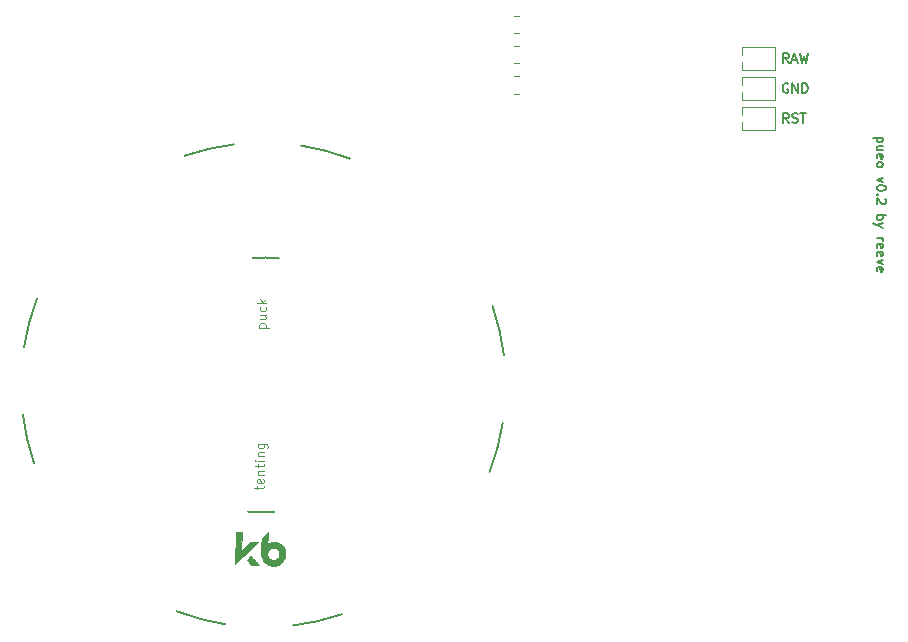
<source format=gbr>
%TF.GenerationSoftware,KiCad,Pcbnew,8.0.5-1.fc40*%
%TF.CreationDate,2024-10-14T16:03:34+11:00*%
%TF.ProjectId,pueo,7075656f-2e6b-4696-9361-645f70636258,0.1*%
%TF.SameCoordinates,Original*%
%TF.FileFunction,Legend,Top*%
%TF.FilePolarity,Positive*%
%FSLAX46Y46*%
G04 Gerber Fmt 4.6, Leading zero omitted, Abs format (unit mm)*
G04 Created by KiCad (PCBNEW 8.0.5-1.fc40) date 2024-10-14 16:03:34*
%MOMM*%
%LPD*%
G01*
G04 APERTURE LIST*
%ADD10C,0.150000*%
%ADD11C,0.100000*%
%ADD12C,0.120000*%
%ADD13C,0.200000*%
%ADD14C,0.010000*%
G04 APERTURE END LIST*
D10*
X208625972Y-99188632D02*
X207825972Y-99188632D01*
X208587876Y-99188632D02*
X208625972Y-99264822D01*
X208625972Y-99264822D02*
X208625972Y-99417203D01*
X208625972Y-99417203D02*
X208587876Y-99493394D01*
X208587876Y-99493394D02*
X208549781Y-99531489D01*
X208549781Y-99531489D02*
X208473591Y-99569584D01*
X208473591Y-99569584D02*
X208245019Y-99569584D01*
X208245019Y-99569584D02*
X208168829Y-99531489D01*
X208168829Y-99531489D02*
X208130734Y-99493394D01*
X208130734Y-99493394D02*
X208092638Y-99417203D01*
X208092638Y-99417203D02*
X208092638Y-99264822D01*
X208092638Y-99264822D02*
X208130734Y-99188632D01*
X208625972Y-100255299D02*
X208092638Y-100255299D01*
X208625972Y-99912442D02*
X208206924Y-99912442D01*
X208206924Y-99912442D02*
X208130734Y-99950537D01*
X208130734Y-99950537D02*
X208092638Y-100026727D01*
X208092638Y-100026727D02*
X208092638Y-100141013D01*
X208092638Y-100141013D02*
X208130734Y-100217204D01*
X208130734Y-100217204D02*
X208168829Y-100255299D01*
X208130734Y-100941014D02*
X208092638Y-100864823D01*
X208092638Y-100864823D02*
X208092638Y-100712442D01*
X208092638Y-100712442D02*
X208130734Y-100636252D01*
X208130734Y-100636252D02*
X208206924Y-100598156D01*
X208206924Y-100598156D02*
X208511686Y-100598156D01*
X208511686Y-100598156D02*
X208587876Y-100636252D01*
X208587876Y-100636252D02*
X208625972Y-100712442D01*
X208625972Y-100712442D02*
X208625972Y-100864823D01*
X208625972Y-100864823D02*
X208587876Y-100941014D01*
X208587876Y-100941014D02*
X208511686Y-100979109D01*
X208511686Y-100979109D02*
X208435495Y-100979109D01*
X208435495Y-100979109D02*
X208359305Y-100598156D01*
X208092638Y-101436251D02*
X208130734Y-101360061D01*
X208130734Y-101360061D02*
X208168829Y-101321966D01*
X208168829Y-101321966D02*
X208245019Y-101283870D01*
X208245019Y-101283870D02*
X208473591Y-101283870D01*
X208473591Y-101283870D02*
X208549781Y-101321966D01*
X208549781Y-101321966D02*
X208587876Y-101360061D01*
X208587876Y-101360061D02*
X208625972Y-101436251D01*
X208625972Y-101436251D02*
X208625972Y-101550537D01*
X208625972Y-101550537D02*
X208587876Y-101626728D01*
X208587876Y-101626728D02*
X208549781Y-101664823D01*
X208549781Y-101664823D02*
X208473591Y-101702918D01*
X208473591Y-101702918D02*
X208245019Y-101702918D01*
X208245019Y-101702918D02*
X208168829Y-101664823D01*
X208168829Y-101664823D02*
X208130734Y-101626728D01*
X208130734Y-101626728D02*
X208092638Y-101550537D01*
X208092638Y-101550537D02*
X208092638Y-101436251D01*
X208625972Y-102579109D02*
X208092638Y-102769585D01*
X208092638Y-102769585D02*
X208625972Y-102960062D01*
X208892638Y-103417205D02*
X208892638Y-103493395D01*
X208892638Y-103493395D02*
X208854543Y-103569586D01*
X208854543Y-103569586D02*
X208816448Y-103607681D01*
X208816448Y-103607681D02*
X208740257Y-103645776D01*
X208740257Y-103645776D02*
X208587876Y-103683871D01*
X208587876Y-103683871D02*
X208397400Y-103683871D01*
X208397400Y-103683871D02*
X208245019Y-103645776D01*
X208245019Y-103645776D02*
X208168829Y-103607681D01*
X208168829Y-103607681D02*
X208130734Y-103569586D01*
X208130734Y-103569586D02*
X208092638Y-103493395D01*
X208092638Y-103493395D02*
X208092638Y-103417205D01*
X208092638Y-103417205D02*
X208130734Y-103341014D01*
X208130734Y-103341014D02*
X208168829Y-103302919D01*
X208168829Y-103302919D02*
X208245019Y-103264824D01*
X208245019Y-103264824D02*
X208397400Y-103226728D01*
X208397400Y-103226728D02*
X208587876Y-103226728D01*
X208587876Y-103226728D02*
X208740257Y-103264824D01*
X208740257Y-103264824D02*
X208816448Y-103302919D01*
X208816448Y-103302919D02*
X208854543Y-103341014D01*
X208854543Y-103341014D02*
X208892638Y-103417205D01*
X208168829Y-104026729D02*
X208130734Y-104064824D01*
X208130734Y-104064824D02*
X208092638Y-104026729D01*
X208092638Y-104026729D02*
X208130734Y-103988633D01*
X208130734Y-103988633D02*
X208168829Y-104026729D01*
X208168829Y-104026729D02*
X208092638Y-104026729D01*
X208816448Y-104369585D02*
X208854543Y-104407681D01*
X208854543Y-104407681D02*
X208892638Y-104483871D01*
X208892638Y-104483871D02*
X208892638Y-104674347D01*
X208892638Y-104674347D02*
X208854543Y-104750538D01*
X208854543Y-104750538D02*
X208816448Y-104788633D01*
X208816448Y-104788633D02*
X208740257Y-104826728D01*
X208740257Y-104826728D02*
X208664067Y-104826728D01*
X208664067Y-104826728D02*
X208549781Y-104788633D01*
X208549781Y-104788633D02*
X208092638Y-104331490D01*
X208092638Y-104331490D02*
X208092638Y-104826728D01*
X208092638Y-105779110D02*
X208892638Y-105779110D01*
X208587876Y-105779110D02*
X208625972Y-105855300D01*
X208625972Y-105855300D02*
X208625972Y-106007681D01*
X208625972Y-106007681D02*
X208587876Y-106083872D01*
X208587876Y-106083872D02*
X208549781Y-106121967D01*
X208549781Y-106121967D02*
X208473591Y-106160062D01*
X208473591Y-106160062D02*
X208245019Y-106160062D01*
X208245019Y-106160062D02*
X208168829Y-106121967D01*
X208168829Y-106121967D02*
X208130734Y-106083872D01*
X208130734Y-106083872D02*
X208092638Y-106007681D01*
X208092638Y-106007681D02*
X208092638Y-105855300D01*
X208092638Y-105855300D02*
X208130734Y-105779110D01*
X208625972Y-106426729D02*
X208092638Y-106617205D01*
X208625972Y-106807682D02*
X208092638Y-106617205D01*
X208092638Y-106617205D02*
X207902162Y-106541015D01*
X207902162Y-106541015D02*
X207864067Y-106502920D01*
X207864067Y-106502920D02*
X207825972Y-106426729D01*
X208092638Y-107721968D02*
X208625972Y-107721968D01*
X208473591Y-107721968D02*
X208549781Y-107760063D01*
X208549781Y-107760063D02*
X208587876Y-107798158D01*
X208587876Y-107798158D02*
X208625972Y-107874349D01*
X208625972Y-107874349D02*
X208625972Y-107950539D01*
X208130734Y-108521968D02*
X208092638Y-108445777D01*
X208092638Y-108445777D02*
X208092638Y-108293396D01*
X208092638Y-108293396D02*
X208130734Y-108217206D01*
X208130734Y-108217206D02*
X208206924Y-108179110D01*
X208206924Y-108179110D02*
X208511686Y-108179110D01*
X208511686Y-108179110D02*
X208587876Y-108217206D01*
X208587876Y-108217206D02*
X208625972Y-108293396D01*
X208625972Y-108293396D02*
X208625972Y-108445777D01*
X208625972Y-108445777D02*
X208587876Y-108521968D01*
X208587876Y-108521968D02*
X208511686Y-108560063D01*
X208511686Y-108560063D02*
X208435495Y-108560063D01*
X208435495Y-108560063D02*
X208359305Y-108179110D01*
X208130734Y-109207682D02*
X208092638Y-109131491D01*
X208092638Y-109131491D02*
X208092638Y-108979110D01*
X208092638Y-108979110D02*
X208130734Y-108902920D01*
X208130734Y-108902920D02*
X208206924Y-108864824D01*
X208206924Y-108864824D02*
X208511686Y-108864824D01*
X208511686Y-108864824D02*
X208587876Y-108902920D01*
X208587876Y-108902920D02*
X208625972Y-108979110D01*
X208625972Y-108979110D02*
X208625972Y-109131491D01*
X208625972Y-109131491D02*
X208587876Y-109207682D01*
X208587876Y-109207682D02*
X208511686Y-109245777D01*
X208511686Y-109245777D02*
X208435495Y-109245777D01*
X208435495Y-109245777D02*
X208359305Y-108864824D01*
X208625972Y-109512443D02*
X208092638Y-109702919D01*
X208092638Y-109702919D02*
X208625972Y-109893396D01*
X208130734Y-110502920D02*
X208092638Y-110426729D01*
X208092638Y-110426729D02*
X208092638Y-110274348D01*
X208092638Y-110274348D02*
X208130734Y-110198158D01*
X208130734Y-110198158D02*
X208206924Y-110160062D01*
X208206924Y-110160062D02*
X208511686Y-110160062D01*
X208511686Y-110160062D02*
X208587876Y-110198158D01*
X208587876Y-110198158D02*
X208625972Y-110274348D01*
X208625972Y-110274348D02*
X208625972Y-110426729D01*
X208625972Y-110426729D02*
X208587876Y-110502920D01*
X208587876Y-110502920D02*
X208511686Y-110541015D01*
X208511686Y-110541015D02*
X208435495Y-110541015D01*
X208435495Y-110541015D02*
X208359305Y-110160062D01*
X200642940Y-92861176D02*
X200376273Y-92480223D01*
X200185797Y-92861176D02*
X200185797Y-92061176D01*
X200185797Y-92061176D02*
X200490559Y-92061176D01*
X200490559Y-92061176D02*
X200566749Y-92099271D01*
X200566749Y-92099271D02*
X200604844Y-92137366D01*
X200604844Y-92137366D02*
X200642940Y-92213557D01*
X200642940Y-92213557D02*
X200642940Y-92327842D01*
X200642940Y-92327842D02*
X200604844Y-92404033D01*
X200604844Y-92404033D02*
X200566749Y-92442128D01*
X200566749Y-92442128D02*
X200490559Y-92480223D01*
X200490559Y-92480223D02*
X200185797Y-92480223D01*
X200947701Y-92632604D02*
X201328654Y-92632604D01*
X200871511Y-92861176D02*
X201138178Y-92061176D01*
X201138178Y-92061176D02*
X201404844Y-92861176D01*
X201595320Y-92061176D02*
X201785796Y-92861176D01*
X201785796Y-92861176D02*
X201938177Y-92289747D01*
X201938177Y-92289747D02*
X202090558Y-92861176D01*
X202090558Y-92861176D02*
X202281035Y-92061176D01*
X200642937Y-97941178D02*
X200376270Y-97560225D01*
X200185794Y-97941178D02*
X200185794Y-97141178D01*
X200185794Y-97141178D02*
X200490556Y-97141178D01*
X200490556Y-97141178D02*
X200566746Y-97179273D01*
X200566746Y-97179273D02*
X200604841Y-97217368D01*
X200604841Y-97217368D02*
X200642937Y-97293559D01*
X200642937Y-97293559D02*
X200642937Y-97407844D01*
X200642937Y-97407844D02*
X200604841Y-97484035D01*
X200604841Y-97484035D02*
X200566746Y-97522130D01*
X200566746Y-97522130D02*
X200490556Y-97560225D01*
X200490556Y-97560225D02*
X200185794Y-97560225D01*
X200947698Y-97903083D02*
X201061984Y-97941178D01*
X201061984Y-97941178D02*
X201252460Y-97941178D01*
X201252460Y-97941178D02*
X201328651Y-97903083D01*
X201328651Y-97903083D02*
X201366746Y-97864987D01*
X201366746Y-97864987D02*
X201404841Y-97788797D01*
X201404841Y-97788797D02*
X201404841Y-97712606D01*
X201404841Y-97712606D02*
X201366746Y-97636416D01*
X201366746Y-97636416D02*
X201328651Y-97598321D01*
X201328651Y-97598321D02*
X201252460Y-97560225D01*
X201252460Y-97560225D02*
X201100079Y-97522130D01*
X201100079Y-97522130D02*
X201023889Y-97484035D01*
X201023889Y-97484035D02*
X200985794Y-97445940D01*
X200985794Y-97445940D02*
X200947698Y-97369749D01*
X200947698Y-97369749D02*
X200947698Y-97293559D01*
X200947698Y-97293559D02*
X200985794Y-97217368D01*
X200985794Y-97217368D02*
X201023889Y-97179273D01*
X201023889Y-97179273D02*
X201100079Y-97141178D01*
X201100079Y-97141178D02*
X201290556Y-97141178D01*
X201290556Y-97141178D02*
X201404841Y-97179273D01*
X201633413Y-97141178D02*
X202090556Y-97141178D01*
X201861984Y-97941178D02*
X201861984Y-97141178D01*
X200585792Y-94639271D02*
X200509602Y-94601176D01*
X200509602Y-94601176D02*
X200395316Y-94601176D01*
X200395316Y-94601176D02*
X200281030Y-94639271D01*
X200281030Y-94639271D02*
X200204840Y-94715461D01*
X200204840Y-94715461D02*
X200166745Y-94791652D01*
X200166745Y-94791652D02*
X200128649Y-94944033D01*
X200128649Y-94944033D02*
X200128649Y-95058319D01*
X200128649Y-95058319D02*
X200166745Y-95210700D01*
X200166745Y-95210700D02*
X200204840Y-95286890D01*
X200204840Y-95286890D02*
X200281030Y-95363081D01*
X200281030Y-95363081D02*
X200395316Y-95401176D01*
X200395316Y-95401176D02*
X200471507Y-95401176D01*
X200471507Y-95401176D02*
X200585792Y-95363081D01*
X200585792Y-95363081D02*
X200623888Y-95324985D01*
X200623888Y-95324985D02*
X200623888Y-95058319D01*
X200623888Y-95058319D02*
X200471507Y-95058319D01*
X200966745Y-95401176D02*
X200966745Y-94601176D01*
X200966745Y-94601176D02*
X201423888Y-95401176D01*
X201423888Y-95401176D02*
X201423888Y-94601176D01*
X201804840Y-95401176D02*
X201804840Y-94601176D01*
X201804840Y-94601176D02*
X201995316Y-94601176D01*
X201995316Y-94601176D02*
X202109602Y-94639271D01*
X202109602Y-94639271D02*
X202185792Y-94715461D01*
X202185792Y-94715461D02*
X202223887Y-94791652D01*
X202223887Y-94791652D02*
X202261983Y-94944033D01*
X202261983Y-94944033D02*
X202261983Y-95058319D01*
X202261983Y-95058319D02*
X202223887Y-95210700D01*
X202223887Y-95210700D02*
X202185792Y-95286890D01*
X202185792Y-95286890D02*
X202109602Y-95363081D01*
X202109602Y-95363081D02*
X201995316Y-95401176D01*
X201995316Y-95401176D02*
X201804840Y-95401176D01*
D11*
X155659032Y-128984268D02*
X155664351Y-128679552D01*
X155394401Y-128865345D02*
X156080011Y-128877313D01*
X156080011Y-128877313D02*
X156156854Y-128840553D01*
X156156854Y-128840553D02*
X156196273Y-128765039D01*
X156196273Y-128765039D02*
X156197603Y-128688860D01*
X156169487Y-128116854D02*
X156206246Y-128193697D01*
X156206246Y-128193697D02*
X156203587Y-128346055D01*
X156203587Y-128346055D02*
X156164168Y-128421569D01*
X156164168Y-128421569D02*
X156087324Y-128458329D01*
X156087324Y-128458329D02*
X155782608Y-128453010D01*
X155782608Y-128453010D02*
X155707094Y-128413591D01*
X155707094Y-128413591D02*
X155670335Y-128336747D01*
X155670335Y-128336747D02*
X155672994Y-128184389D01*
X155672994Y-128184389D02*
X155712413Y-128108875D01*
X155712413Y-128108875D02*
X155789257Y-128072116D01*
X155789257Y-128072116D02*
X155865436Y-128073445D01*
X155865436Y-128073445D02*
X155934966Y-128455669D01*
X155680972Y-127727317D02*
X156214225Y-127736624D01*
X155757151Y-127728646D02*
X155719727Y-127689892D01*
X155719727Y-127689892D02*
X155682967Y-127613048D01*
X155682967Y-127613048D02*
X155684962Y-127498780D01*
X155684962Y-127498780D02*
X155724381Y-127423266D01*
X155724381Y-127423266D02*
X155801224Y-127386506D01*
X155801224Y-127386506D02*
X156220208Y-127393820D01*
X155691610Y-127117885D02*
X155696929Y-126813170D01*
X155426979Y-126998963D02*
X156112588Y-127010930D01*
X156112588Y-127010930D02*
X156189432Y-126974170D01*
X156189432Y-126974170D02*
X156228851Y-126898656D01*
X156228851Y-126898656D02*
X156230181Y-126822478D01*
X156234835Y-126555851D02*
X155701583Y-126546543D01*
X155434957Y-126541889D02*
X155472381Y-126580644D01*
X155472381Y-126580644D02*
X155511136Y-126543219D01*
X155511136Y-126543219D02*
X155473711Y-126504465D01*
X155473711Y-126504465D02*
X155434957Y-126541889D01*
X155434957Y-126541889D02*
X155511136Y-126543219D01*
X155708231Y-126165649D02*
X156241484Y-126174957D01*
X155784410Y-126166979D02*
X155746986Y-126128225D01*
X155746986Y-126128225D02*
X155710226Y-126051381D01*
X155710226Y-126051381D02*
X155712221Y-125937113D01*
X155712221Y-125937113D02*
X155751640Y-125861599D01*
X155751640Y-125861599D02*
X155828483Y-125824839D01*
X155828483Y-125824839D02*
X156247467Y-125832152D01*
X155726847Y-125099145D02*
X156374368Y-125110447D01*
X156374368Y-125110447D02*
X156449882Y-125149866D01*
X156449882Y-125149866D02*
X156487306Y-125188621D01*
X156487306Y-125188621D02*
X156524066Y-125265464D01*
X156524066Y-125265464D02*
X156522071Y-125379733D01*
X156522071Y-125379733D02*
X156482652Y-125455247D01*
X156222010Y-125107788D02*
X156258770Y-125184632D01*
X156258770Y-125184632D02*
X156256110Y-125336989D01*
X156256110Y-125336989D02*
X156216691Y-125412503D01*
X156216691Y-125412503D02*
X156177937Y-125449928D01*
X156177937Y-125449928D02*
X156101093Y-125486688D01*
X156101093Y-125486688D02*
X155872557Y-125482698D01*
X155872557Y-125482698D02*
X155797043Y-125443279D01*
X155797043Y-125443279D02*
X155759618Y-125404525D01*
X155759618Y-125404525D02*
X155722858Y-125327681D01*
X155722858Y-125327681D02*
X155725518Y-125175324D01*
X155725518Y-125175324D02*
X155764937Y-125099810D01*
X155834472Y-115294741D02*
X156634350Y-115308703D01*
X155872562Y-115295406D02*
X155835802Y-115218562D01*
X155835802Y-115218562D02*
X155838461Y-115066204D01*
X155838461Y-115066204D02*
X155877880Y-114990690D01*
X155877880Y-114990690D02*
X155916635Y-114953266D01*
X155916635Y-114953266D02*
X155993478Y-114916506D01*
X155993478Y-114916506D02*
X156222015Y-114920495D01*
X156222015Y-114920495D02*
X156297529Y-114959914D01*
X156297529Y-114959914D02*
X156334954Y-114998669D01*
X156334954Y-114998669D02*
X156371713Y-115075512D01*
X156371713Y-115075512D02*
X156369054Y-115227870D01*
X156369054Y-115227870D02*
X156329635Y-115303384D01*
X155853088Y-114228236D02*
X156386340Y-114237544D01*
X155847104Y-114571041D02*
X156266088Y-114578355D01*
X156266088Y-114578355D02*
X156342932Y-114541595D01*
X156342932Y-114541595D02*
X156382351Y-114466081D01*
X156382351Y-114466081D02*
X156384346Y-114351812D01*
X156384346Y-114351812D02*
X156347586Y-114274969D01*
X156347586Y-114274969D02*
X156310161Y-114236214D01*
X156360883Y-113513180D02*
X156397643Y-113590023D01*
X156397643Y-113590023D02*
X156394983Y-113742381D01*
X156394983Y-113742381D02*
X156355564Y-113817895D01*
X156355564Y-113817895D02*
X156316810Y-113855320D01*
X156316810Y-113855320D02*
X156239966Y-113892079D01*
X156239966Y-113892079D02*
X156011430Y-113888090D01*
X156011430Y-113888090D02*
X155935915Y-113848671D01*
X155935915Y-113848671D02*
X155898491Y-113809917D01*
X155898491Y-113809917D02*
X155861731Y-113733073D01*
X155861731Y-113733073D02*
X155864391Y-113580715D01*
X155864391Y-113580715D02*
X155903810Y-113505201D01*
X156404956Y-113171040D02*
X155605078Y-113157078D01*
X156101570Y-113089542D02*
X156410275Y-112866324D01*
X155877023Y-112857016D02*
X156176419Y-113167051D01*
D12*
%TO.C,REF\u002A\u002A*%
X177357097Y-94009024D02*
X177811225Y-94009024D01*
X177357097Y-95479024D02*
X177811225Y-95479024D01*
%TO.C,MCU1*%
X196656028Y-94718884D02*
X196656030Y-94038882D01*
X196656030Y-93498882D02*
X196656032Y-92818881D01*
X196656030Y-94038882D02*
X199456029Y-94038883D01*
X196656031Y-92168881D02*
X196656032Y-91498878D01*
X196656031Y-96038880D02*
X196656031Y-95368882D01*
X196656031Y-96578881D02*
X199456029Y-96578883D01*
X196656031Y-97243881D02*
X196656031Y-96578881D01*
X196656031Y-98578881D02*
X196656031Y-97893882D01*
X196656032Y-91498878D02*
X199456031Y-91498881D01*
X199456029Y-94038883D02*
X199456032Y-96038882D01*
X199456029Y-96578883D02*
X199456030Y-98578881D01*
X199456030Y-93498880D02*
X196656030Y-93498882D01*
X199456030Y-98578881D02*
X196656031Y-98578881D01*
X199456031Y-91498881D02*
X199456030Y-93498880D01*
X199456032Y-96038882D02*
X196656031Y-96038880D01*
%TO.C,REF\u002A\u002A*%
X177357098Y-88859022D02*
X177811226Y-88859022D01*
X177357098Y-90329022D02*
X177811226Y-90329022D01*
X177357098Y-91422474D02*
X177811226Y-91422474D01*
X177357098Y-92892474D02*
X177811226Y-92892474D01*
D13*
X135905474Y-116922181D02*
G75*
G02*
X137011620Y-112790309I20266975J-3211683D01*
G01*
X136767005Y-126804269D02*
G75*
G02*
X135805734Y-122636311I19405457J6670381D01*
G01*
X149502118Y-100728375D02*
G75*
G02*
X153670077Y-99767104I6670428J-19405665D01*
G01*
X152960811Y-140400914D02*
G75*
G02*
X148828941Y-139294769I3211698J20267035D01*
G01*
X155231663Y-109379957D02*
G75*
G02*
X156360908Y-109340523I940841J-10753843D01*
G01*
X155984110Y-130927235D02*
G75*
G02*
X154856929Y-130848415I188392J10793277D01*
G01*
X156360908Y-109340523D02*
G75*
G02*
X157488089Y-109419344I-188397J-10793256D01*
G01*
X157113355Y-130887801D02*
G75*
G02*
X155984110Y-130927235I-940820J10753111D01*
G01*
X159384207Y-99866844D02*
G75*
G02*
X163516078Y-100972989I-3211698J-20267035D01*
G01*
X162842899Y-139539383D02*
G75*
G02*
X158674941Y-140500654I-6670471J19405846D01*
G01*
X175578014Y-113463491D02*
G75*
G02*
X176539285Y-117631447I-19405915J-6670484D01*
G01*
X176439544Y-123345577D02*
G75*
G02*
X175333399Y-127477447I-20266866J3211655D01*
G01*
D14*
X154328749Y-132551901D02*
X154300239Y-134185210D01*
X155117072Y-133396646D01*
X155405342Y-133404772D01*
X155693612Y-133412898D01*
X154831506Y-134258117D01*
X154711509Y-134375764D01*
X154594694Y-134490292D01*
X154482299Y-134600487D01*
X154375565Y-134705133D01*
X154275728Y-134803017D01*
X154184031Y-134892923D01*
X154101711Y-134973636D01*
X154030006Y-135043940D01*
X153970157Y-135102622D01*
X153923403Y-135148467D01*
X153890982Y-135180258D01*
X153876959Y-135194013D01*
X153784518Y-135284689D01*
X153832364Y-132543239D01*
X154328749Y-132551901D01*
G36*
X154328749Y-132551901D02*
G01*
X154300239Y-134185210D01*
X155117072Y-133396646D01*
X155405342Y-133404772D01*
X155693612Y-133412898D01*
X154831506Y-134258117D01*
X154711509Y-134375764D01*
X154594694Y-134490292D01*
X154482299Y-134600487D01*
X154375565Y-134705133D01*
X154275728Y-134803017D01*
X154184031Y-134892923D01*
X154101711Y-134973636D01*
X154030006Y-135043940D01*
X153970157Y-135102622D01*
X153923403Y-135148467D01*
X153890982Y-135180258D01*
X153876959Y-135194013D01*
X153784518Y-135284689D01*
X153832364Y-132543239D01*
X154328749Y-132551901D01*
G37*
X155099801Y-134605760D02*
X155122102Y-134629016D01*
X155155956Y-134665143D01*
X155199413Y-134712000D01*
X155250521Y-134767447D01*
X155307328Y-134829342D01*
X155367881Y-134895544D01*
X155430229Y-134963912D01*
X155492421Y-135032306D01*
X155552503Y-135098584D01*
X155608526Y-135160606D01*
X155658534Y-135216230D01*
X155700579Y-135263316D01*
X155732707Y-135299722D01*
X155752966Y-135323308D01*
X155755212Y-135326039D01*
X155782921Y-135360163D01*
X155163002Y-135349346D01*
X154992751Y-135170276D01*
X154939973Y-135114602D01*
X154890595Y-135062219D01*
X154847575Y-135016281D01*
X154813859Y-134979941D01*
X154792399Y-134956354D01*
X154789283Y-134952807D01*
X154756066Y-134914407D01*
X154919893Y-134755898D01*
X154970458Y-134707319D01*
X155015435Y-134664771D01*
X155052182Y-134630695D01*
X155078071Y-134607523D01*
X155090475Y-134597690D01*
X155091009Y-134597516D01*
X155099801Y-134605760D01*
G36*
X155099801Y-134605760D02*
G01*
X155122102Y-134629016D01*
X155155956Y-134665143D01*
X155199413Y-134712000D01*
X155250521Y-134767447D01*
X155307328Y-134829342D01*
X155367881Y-134895544D01*
X155430229Y-134963912D01*
X155492421Y-135032306D01*
X155552503Y-135098584D01*
X155608526Y-135160606D01*
X155658534Y-135216230D01*
X155700579Y-135263316D01*
X155732707Y-135299722D01*
X155752966Y-135323308D01*
X155755212Y-135326039D01*
X155782921Y-135360163D01*
X155163002Y-135349346D01*
X154992751Y-135170276D01*
X154939973Y-135114602D01*
X154890595Y-135062219D01*
X154847575Y-135016281D01*
X154813859Y-134979941D01*
X154792399Y-134956354D01*
X154789283Y-134952807D01*
X154756066Y-134914407D01*
X154919893Y-134755898D01*
X154970458Y-134707319D01*
X155015435Y-134664771D01*
X155052182Y-134630695D01*
X155078071Y-134607523D01*
X155090475Y-134597690D01*
X155091009Y-134597516D01*
X155099801Y-134605760D01*
G37*
X156524739Y-133089648D02*
X156523105Y-133193877D01*
X156521907Y-133290622D01*
X156521139Y-133377502D01*
X156520812Y-133452169D01*
X156520932Y-133512255D01*
X156521506Y-133555395D01*
X156522540Y-133579224D01*
X156523376Y-133583269D01*
X156535917Y-133577173D01*
X156561045Y-133561266D01*
X156585488Y-133544490D01*
X156701388Y-133475778D01*
X156824443Y-133428815D01*
X156955289Y-133403418D01*
X157094581Y-133399411D01*
X157112379Y-133400390D01*
X157201886Y-133408505D01*
X157278149Y-133421775D01*
X157349448Y-133442514D01*
X157424066Y-133473038D01*
X157493337Y-133506891D01*
X157619936Y-133584418D01*
X157731234Y-133678342D01*
X157826246Y-133787006D01*
X157903991Y-133908702D01*
X157963489Y-134041750D01*
X158003757Y-134184445D01*
X158023812Y-134335096D01*
X158025807Y-134424814D01*
X158012857Y-134577089D01*
X157978982Y-134721084D01*
X157923415Y-134859371D01*
X157864303Y-134965275D01*
X157776505Y-135084054D01*
X157673077Y-135187114D01*
X157556221Y-135273409D01*
X157428131Y-135341898D01*
X157291008Y-135391535D01*
X157147047Y-135421280D01*
X156998464Y-135430087D01*
X156898298Y-135423841D01*
X156754146Y-135396455D01*
X156614407Y-135347733D01*
X156482406Y-135279440D01*
X156361470Y-135193319D01*
X156254932Y-135091117D01*
X156246693Y-135081807D01*
X156167392Y-134976287D01*
X156099773Y-134856907D01*
X156046812Y-134730100D01*
X156011488Y-134602296D01*
X156003427Y-134555707D01*
X156001309Y-134527270D01*
X155999835Y-134477165D01*
X155999350Y-134435476D01*
X156495512Y-134435476D01*
X156504379Y-134533194D01*
X156533167Y-134627730D01*
X156560870Y-134682367D01*
X156626253Y-134771804D01*
X156704485Y-134844058D01*
X156792987Y-134898114D01*
X156889180Y-134932920D01*
X156990483Y-134947484D01*
X157094316Y-134940774D01*
X157167469Y-134922760D01*
X157210740Y-134907427D01*
X157251943Y-134890783D01*
X157268244Y-134883291D01*
X157314062Y-134853082D01*
X157364183Y-134807754D01*
X157413202Y-134753147D01*
X157455708Y-134695092D01*
X157477860Y-134657139D01*
X157498810Y-134613252D01*
X157512128Y-134574872D01*
X157520216Y-134532720D01*
X157525509Y-134477502D01*
X157525878Y-134472210D01*
X157524382Y-134364923D01*
X157503238Y-134266647D01*
X157461221Y-134172462D01*
X157443954Y-134143642D01*
X157380781Y-134064623D01*
X157303062Y-134001090D01*
X157214233Y-133954033D01*
X157117735Y-133924467D01*
X157017005Y-133913387D01*
X156915495Y-133921799D01*
X156816629Y-133950703D01*
X156802519Y-133956743D01*
X156713656Y-134008149D01*
X156638487Y-134075062D01*
X156578051Y-134154365D01*
X156533385Y-134242946D01*
X156505525Y-134337687D01*
X156495512Y-134435476D01*
X155999350Y-134435476D01*
X155999249Y-134426813D01*
X155999014Y-134406803D01*
X155998832Y-134317597D01*
X155999290Y-134210960D01*
X156000387Y-134088304D01*
X156002118Y-133951043D01*
X156004483Y-133800586D01*
X156004685Y-133788854D01*
X156016670Y-133097242D01*
X156533198Y-132596154D01*
X156524739Y-133089648D01*
G36*
X156524739Y-133089648D02*
G01*
X156523105Y-133193877D01*
X156521907Y-133290622D01*
X156521139Y-133377502D01*
X156520812Y-133452169D01*
X156520932Y-133512255D01*
X156521506Y-133555395D01*
X156522540Y-133579224D01*
X156523376Y-133583269D01*
X156535917Y-133577173D01*
X156561045Y-133561266D01*
X156585488Y-133544490D01*
X156701388Y-133475778D01*
X156824443Y-133428815D01*
X156955289Y-133403418D01*
X157094581Y-133399411D01*
X157112379Y-133400390D01*
X157201886Y-133408505D01*
X157278149Y-133421775D01*
X157349448Y-133442514D01*
X157424066Y-133473038D01*
X157493337Y-133506891D01*
X157619936Y-133584418D01*
X157731234Y-133678342D01*
X157826246Y-133787006D01*
X157903991Y-133908702D01*
X157963489Y-134041750D01*
X158003757Y-134184445D01*
X158023812Y-134335096D01*
X158025807Y-134424814D01*
X158012857Y-134577089D01*
X157978982Y-134721084D01*
X157923415Y-134859371D01*
X157864303Y-134965275D01*
X157776505Y-135084054D01*
X157673077Y-135187114D01*
X157556221Y-135273409D01*
X157428131Y-135341898D01*
X157291008Y-135391535D01*
X157147047Y-135421280D01*
X156998464Y-135430087D01*
X156898298Y-135423841D01*
X156754146Y-135396455D01*
X156614407Y-135347733D01*
X156482406Y-135279440D01*
X156361470Y-135193319D01*
X156254932Y-135091117D01*
X156246693Y-135081807D01*
X156167392Y-134976287D01*
X156099773Y-134856907D01*
X156046812Y-134730100D01*
X156011488Y-134602296D01*
X156003427Y-134555707D01*
X156001309Y-134527270D01*
X155999835Y-134477165D01*
X155999350Y-134435476D01*
X156495512Y-134435476D01*
X156504379Y-134533194D01*
X156533167Y-134627730D01*
X156560870Y-134682367D01*
X156626253Y-134771804D01*
X156704485Y-134844058D01*
X156792987Y-134898114D01*
X156889180Y-134932920D01*
X156990483Y-134947484D01*
X157094316Y-134940774D01*
X157167469Y-134922760D01*
X157210740Y-134907427D01*
X157251943Y-134890783D01*
X157268244Y-134883291D01*
X157314062Y-134853082D01*
X157364183Y-134807754D01*
X157413202Y-134753147D01*
X157455708Y-134695092D01*
X157477860Y-134657139D01*
X157498810Y-134613252D01*
X157512128Y-134574872D01*
X157520216Y-134532720D01*
X157525509Y-134477502D01*
X157525878Y-134472210D01*
X157524382Y-134364923D01*
X157503238Y-134266647D01*
X157461221Y-134172462D01*
X157443954Y-134143642D01*
X157380781Y-134064623D01*
X157303062Y-134001090D01*
X157214233Y-133954033D01*
X157117735Y-133924467D01*
X157017005Y-133913387D01*
X156915495Y-133921799D01*
X156816629Y-133950703D01*
X156802519Y-133956743D01*
X156713656Y-134008149D01*
X156638487Y-134075062D01*
X156578051Y-134154365D01*
X156533385Y-134242946D01*
X156505525Y-134337687D01*
X156495512Y-134435476D01*
X155999350Y-134435476D01*
X155999249Y-134426813D01*
X155999014Y-134406803D01*
X155998832Y-134317597D01*
X155999290Y-134210960D01*
X156000387Y-134088304D01*
X156002118Y-133951043D01*
X156004483Y-133800586D01*
X156004685Y-133788854D01*
X156016670Y-133097242D01*
X156533198Y-132596154D01*
X156524739Y-133089648D01*
G37*
%TD*%
M02*

</source>
